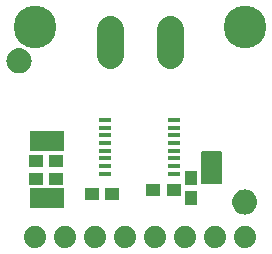
<source format=gbr>
G04 EAGLE Gerber RS-274X export*
G75*
%MOMM*%
%FSLAX34Y34*%
%LPD*%
%INSoldermask Top*%
%IPPOS*%
%AMOC8*
5,1,8,0,0,1.08239X$1,22.5*%
G01*
%ADD10R,1.101600X1.176600*%
%ADD11R,1.176600X1.101600*%
%ADD12C,3.617600*%
%ADD13R,2.921000X1.651000*%
%ADD14C,2.286000*%
%ADD15R,1.092200X0.406400*%
%ADD16C,1.879600*%

G36*
X182998Y69866D02*
X182998Y69866D01*
X183117Y69873D01*
X183155Y69886D01*
X183196Y69891D01*
X183306Y69934D01*
X183419Y69971D01*
X183454Y69993D01*
X183491Y70008D01*
X183587Y70078D01*
X183688Y70141D01*
X183716Y70171D01*
X183749Y70194D01*
X183825Y70286D01*
X183906Y70373D01*
X183926Y70408D01*
X183951Y70439D01*
X184002Y70547D01*
X184060Y70651D01*
X184070Y70691D01*
X184087Y70727D01*
X184109Y70844D01*
X184139Y70959D01*
X184143Y71020D01*
X184147Y71040D01*
X184145Y71060D01*
X184149Y71120D01*
X184149Y96520D01*
X184134Y96638D01*
X184127Y96757D01*
X184114Y96795D01*
X184109Y96836D01*
X184066Y96946D01*
X184029Y97059D01*
X184007Y97094D01*
X183992Y97131D01*
X183923Y97227D01*
X183859Y97328D01*
X183829Y97356D01*
X183806Y97389D01*
X183714Y97465D01*
X183627Y97546D01*
X183592Y97566D01*
X183561Y97591D01*
X183453Y97642D01*
X183349Y97700D01*
X183309Y97710D01*
X183273Y97727D01*
X183156Y97749D01*
X183041Y97779D01*
X182981Y97783D01*
X182961Y97787D01*
X182940Y97785D01*
X182880Y97789D01*
X167640Y97789D01*
X167522Y97774D01*
X167403Y97767D01*
X167365Y97754D01*
X167324Y97749D01*
X167214Y97706D01*
X167101Y97669D01*
X167066Y97647D01*
X167029Y97632D01*
X166933Y97563D01*
X166832Y97499D01*
X166804Y97469D01*
X166771Y97446D01*
X166696Y97354D01*
X166614Y97267D01*
X166594Y97232D01*
X166569Y97201D01*
X166518Y97093D01*
X166460Y96989D01*
X166450Y96949D01*
X166433Y96913D01*
X166411Y96796D01*
X166381Y96681D01*
X166377Y96621D01*
X166373Y96601D01*
X166374Y96589D01*
X166373Y96586D01*
X166374Y96573D01*
X166371Y96520D01*
X166371Y71120D01*
X166386Y71002D01*
X166393Y70883D01*
X166406Y70845D01*
X166411Y70804D01*
X166454Y70694D01*
X166491Y70581D01*
X166513Y70546D01*
X166528Y70509D01*
X166598Y70413D01*
X166661Y70312D01*
X166691Y70284D01*
X166714Y70251D01*
X166806Y70176D01*
X166893Y70094D01*
X166928Y70074D01*
X166959Y70049D01*
X167067Y69998D01*
X167171Y69940D01*
X167211Y69930D01*
X167247Y69913D01*
X167364Y69891D01*
X167479Y69861D01*
X167540Y69857D01*
X167560Y69853D01*
X167580Y69855D01*
X167640Y69851D01*
X182880Y69851D01*
X182998Y69866D01*
G37*
G36*
X13984Y164018D02*
X13984Y164018D01*
X14027Y164030D01*
X14093Y164037D01*
X15776Y164488D01*
X15817Y164507D01*
X15880Y164526D01*
X17460Y165263D01*
X17497Y165289D01*
X17556Y165318D01*
X18984Y166318D01*
X19015Y166350D01*
X19068Y166389D01*
X20301Y167622D01*
X20326Y167658D01*
X20372Y167706D01*
X21372Y169134D01*
X21390Y169175D01*
X21427Y169230D01*
X22164Y170810D01*
X22175Y170853D01*
X22202Y170914D01*
X22653Y172597D01*
X22655Y172629D01*
X22662Y172650D01*
X22662Y172665D01*
X22672Y172706D01*
X22824Y174443D01*
X22820Y174487D01*
X22824Y174553D01*
X22672Y176290D01*
X22660Y176333D01*
X22653Y176399D01*
X22202Y178082D01*
X22183Y178123D01*
X22164Y178186D01*
X21427Y179766D01*
X21401Y179803D01*
X21372Y179862D01*
X20372Y181290D01*
X20340Y181321D01*
X20301Y181374D01*
X19068Y182607D01*
X19032Y182632D01*
X18984Y182678D01*
X17556Y183678D01*
X17515Y183696D01*
X17460Y183733D01*
X15880Y184470D01*
X15837Y184481D01*
X15776Y184508D01*
X14093Y184959D01*
X14048Y184962D01*
X13984Y184978D01*
X12247Y185130D01*
X12203Y185126D01*
X12137Y185130D01*
X10400Y184978D01*
X10357Y184966D01*
X10291Y184959D01*
X8608Y184508D01*
X8567Y184489D01*
X8504Y184470D01*
X6924Y183733D01*
X6887Y183707D01*
X6828Y183678D01*
X5400Y182678D01*
X5369Y182646D01*
X5316Y182607D01*
X4083Y181374D01*
X4058Y181338D01*
X4012Y181290D01*
X3012Y179862D01*
X2994Y179821D01*
X2957Y179766D01*
X2220Y178186D01*
X2209Y178143D01*
X2182Y178082D01*
X1731Y176399D01*
X1728Y176354D01*
X1712Y176290D01*
X1560Y174553D01*
X1564Y174509D01*
X1560Y174443D01*
X1712Y172706D01*
X1724Y172663D01*
X1728Y172629D01*
X1728Y172613D01*
X1730Y172608D01*
X1731Y172597D01*
X2182Y170914D01*
X2201Y170873D01*
X2220Y170810D01*
X2957Y169230D01*
X2983Y169193D01*
X3012Y169134D01*
X4012Y167706D01*
X4044Y167675D01*
X4083Y167622D01*
X5316Y166389D01*
X5352Y166364D01*
X5400Y166318D01*
X6828Y165318D01*
X6869Y165300D01*
X6924Y165263D01*
X8504Y164526D01*
X8547Y164515D01*
X8608Y164488D01*
X10291Y164037D01*
X10336Y164034D01*
X10400Y164018D01*
X12137Y163866D01*
X12181Y163870D01*
X12247Y163866D01*
X13984Y164018D01*
G37*
G36*
X204992Y44384D02*
X204992Y44384D01*
X205035Y44396D01*
X205101Y44403D01*
X206784Y44854D01*
X206825Y44873D01*
X206888Y44892D01*
X208468Y45629D01*
X208505Y45655D01*
X208564Y45684D01*
X209992Y46684D01*
X210023Y46716D01*
X210076Y46755D01*
X211309Y47988D01*
X211334Y48024D01*
X211380Y48072D01*
X212380Y49500D01*
X212398Y49541D01*
X212435Y49596D01*
X213172Y51176D01*
X213183Y51219D01*
X213210Y51280D01*
X213661Y52963D01*
X213663Y52995D01*
X213670Y53016D01*
X213670Y53031D01*
X213680Y53072D01*
X213832Y54809D01*
X213828Y54853D01*
X213832Y54919D01*
X213680Y56656D01*
X213668Y56699D01*
X213661Y56765D01*
X213210Y58448D01*
X213191Y58489D01*
X213172Y58552D01*
X212435Y60132D01*
X212409Y60169D01*
X212380Y60228D01*
X211380Y61656D01*
X211348Y61687D01*
X211309Y61740D01*
X210076Y62973D01*
X210040Y62998D01*
X209992Y63044D01*
X208564Y64044D01*
X208523Y64062D01*
X208468Y64099D01*
X206888Y64836D01*
X206845Y64847D01*
X206784Y64874D01*
X205101Y65325D01*
X205056Y65328D01*
X204992Y65344D01*
X203255Y65496D01*
X203211Y65492D01*
X203145Y65496D01*
X201408Y65344D01*
X201365Y65332D01*
X201299Y65325D01*
X199616Y64874D01*
X199575Y64855D01*
X199512Y64836D01*
X197932Y64099D01*
X197895Y64073D01*
X197836Y64044D01*
X196408Y63044D01*
X196377Y63012D01*
X196324Y62973D01*
X195091Y61740D01*
X195066Y61704D01*
X195020Y61656D01*
X194020Y60228D01*
X194002Y60187D01*
X193965Y60132D01*
X193228Y58552D01*
X193217Y58509D01*
X193190Y58448D01*
X192739Y56765D01*
X192736Y56720D01*
X192720Y56656D01*
X192568Y54919D01*
X192572Y54875D01*
X192568Y54809D01*
X192720Y53072D01*
X192732Y53029D01*
X192736Y52995D01*
X192736Y52979D01*
X192738Y52974D01*
X192739Y52963D01*
X193190Y51280D01*
X193209Y51239D01*
X193228Y51176D01*
X193965Y49596D01*
X193991Y49559D01*
X194020Y49500D01*
X195020Y48072D01*
X195052Y48041D01*
X195091Y47988D01*
X196324Y46755D01*
X196360Y46730D01*
X196408Y46684D01*
X197836Y45684D01*
X197877Y45666D01*
X197932Y45629D01*
X199512Y44892D01*
X199555Y44881D01*
X199616Y44854D01*
X201299Y44403D01*
X201344Y44400D01*
X201408Y44384D01*
X203145Y44232D01*
X203189Y44236D01*
X203255Y44232D01*
X204992Y44384D01*
G37*
D10*
X157607Y75048D03*
X157607Y58048D03*
D11*
X90796Y61526D03*
X73796Y61526D03*
X125993Y65336D03*
X142993Y65336D03*
X43535Y74226D03*
X26535Y74226D03*
X43535Y89408D03*
X26535Y89408D03*
D12*
X203200Y203200D03*
X25400Y203200D03*
D13*
X35560Y57854D03*
X35560Y106172D03*
D14*
X88900Y179578D02*
X88900Y201422D01*
X139700Y201422D02*
X139700Y179578D01*
D15*
X85122Y124350D03*
X85122Y117850D03*
X85122Y111350D03*
X85122Y104850D03*
X85122Y98350D03*
X85122Y91850D03*
X85122Y85350D03*
X85122Y78850D03*
X143478Y78850D03*
X143478Y85350D03*
X143478Y91850D03*
X143478Y98350D03*
X143478Y104850D03*
X143478Y111350D03*
X143478Y117850D03*
X143478Y124350D03*
D16*
X25400Y25400D03*
X50800Y25400D03*
X76200Y25400D03*
X101600Y25400D03*
X127000Y25400D03*
X152400Y25400D03*
X177800Y25400D03*
X203200Y25400D03*
M02*

</source>
